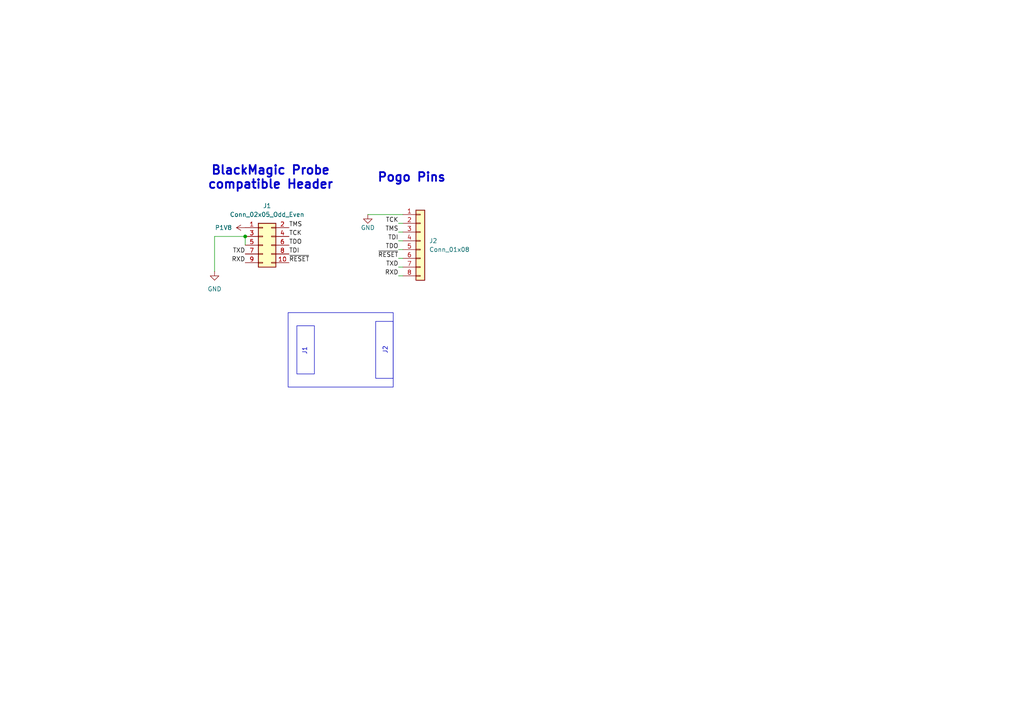
<source format=kicad_sch>
(kicad_sch (version 20231120) (generator "eeschema") (generator_version "8.0")
  (paper "A4")
  (lib_symbols
    (symbol "Connector_Generic:Conn_01x08" (pin_names (offset 1.016) hide)
      (property "Reference" "J" (at 0 10.16 0))
      (property "Value" "Conn_01x08" (at 0 -12.7 0))
      (symbol "Conn_01x08_1_1"
        (rectangle (start -1.27 -10.033) (end 0 -10.287) (stroke (width 0.1524)))
        (rectangle (start -1.27 -7.493) (end 0 -7.747) (stroke (width 0.1524)))
        (rectangle (start -1.27 -4.953) (end 0 -5.207) (stroke (width 0.1524)))
        (rectangle (start -1.27 -2.413) (end 0 -2.667) (stroke (width 0.1524)))
        (rectangle (start -1.27 0.127) (end 0 -0.127) (stroke (width 0.1524)))
        (rectangle (start -1.27 2.667) (end 0 2.413) (stroke (width 0.1524)))
        (rectangle (start -1.27 5.207) (end 0 4.953) (stroke (width 0.1524)))
        (rectangle (start -1.27 7.747) (end 0 7.493) (stroke (width 0.1524)))
        (rectangle (start -1.27 8.89) (end 1.27 -11.43) (stroke (width 0.254)) (fill (type background)))
        (pin passive line (at -5.08 7.62 0) (length 3.81) (name "Pin_1") (number "1"))
        (pin passive line (at -5.08 5.08 0) (length 3.81) (name "Pin_2") (number "2"))
        (pin passive line (at -5.08 2.54 0) (length 3.81) (name "Pin_3") (number "3"))
        (pin passive line (at -5.08 0 0) (length 3.81) (name "Pin_4") (number "4"))
        (pin passive line (at -5.08 -2.54 0) (length 3.81) (name "Pin_5") (number "5"))
        (pin passive line (at -5.08 -5.08 0) (length 3.81) (name "Pin_6") (number "6"))
        (pin passive line (at -5.08 -7.62 0) (length 3.81) (name "Pin_7") (number "7"))
        (pin passive line (at -5.08 -10.16 0) (length 3.81) (name "Pin_8") (number "8"))
      )
    )
    (symbol "Connector_Generic:Conn_02x05_Odd_Even" (pin_names (offset 1.016) hide)
      (property "Reference" "J" (at 1.27 7.62 0))
      (property "Value" "Conn_02x05_Odd_Even" (at 1.27 -7.62 0))
      (symbol "Conn_02x05_Odd_Even_1_1"
        (rectangle (start -1.27 -4.953) (end 0 -5.207) (stroke (width 0.1524)))
        (rectangle (start -1.27 -2.413) (end 0 -2.667) (stroke (width 0.1524)))
        (rectangle (start -1.27 0.127) (end 0 -0.127) (stroke (width 0.1524)))
        (rectangle (start -1.27 2.667) (end 0 2.413) (stroke (width 0.1524)))
        (rectangle (start -1.27 5.207) (end 0 4.953) (stroke (width 0.1524)))
        (rectangle (start -1.27 6.35) (end 3.81 -6.35) (stroke (width 0.254)) (fill (type background)))
        (rectangle (start 3.81 -4.953) (end 2.54 -5.207) (stroke (width 0.1524)))
        (rectangle (start 3.81 -2.413) (end 2.54 -2.667) (stroke (width 0.1524)))
        (rectangle (start 3.81 0.127) (end 2.54 -0.127) (stroke (width 0.1524)))
        (rectangle (start 3.81 2.667) (end 2.54 2.413) (stroke (width 0.1524)))
        (rectangle (start 3.81 5.207) (end 2.54 4.953) (stroke (width 0.1524)))
        (pin passive line (at -5.08 5.08 0) (length 3.81) (name "Pin_1") (number "1"))
        (pin passive line (at 7.62 -5.08 180) (length 3.81) (name "Pin_10") (number "10"))
        (pin passive line (at 7.62 5.08 180) (length 3.81) (name "Pin_2") (number "2"))
        (pin passive line (at -5.08 2.54 0) (length 3.81) (name "Pin_3") (number "3"))
        (pin passive line (at 7.62 2.54 180) (length 3.81) (name "Pin_4") (number "4"))
        (pin passive line (at -5.08 0 0) (length 3.81) (name "Pin_5") (number "5"))
        (pin passive line (at 7.62 0 180) (length 3.81) (name "Pin_6") (number "6"))
        (pin passive line (at -5.08 -2.54 0) (length 3.81) (name "Pin_7") (number "7"))
        (pin passive line (at 7.62 -2.54 180) (length 3.81) (name "Pin_8") (number "8"))
        (pin passive line (at -5.08 -5.08 0) (length 3.81) (name "Pin_9") (number "9"))
      )
    )
    (symbol "power:+1V8" (power) (pin_numbers hide) (pin_names (offset 0) hide)
      (property "Value" "+1V8" (at 0 3.556 0))
      (symbol "+1V8_0_1"
        (polyline (pts (xy -0.762 1.27) (xy 0 2.54)))
        (polyline (pts (xy 0 0) (xy 0 2.54)))
        (polyline (pts (xy 0 2.54) (xy 0.762 1.27)))
      )
      (symbol "+1V8_1_1"
        (pin power_in line (at 0 0 90) (length 0) (name "~") (number "1"))
      )
    )
    (symbol "power:GND" (power) (pin_numbers hide) (pin_names (offset 0) hide)
      (property "Value" "GND" (at 0 -3.81 0))
      (symbol "GND_0_1"
        (polyline (pts (xy 0 0) (xy 0 -1.27) (xy 1.27 -1.27) (xy 0 -2.54) (xy -1.27 -1.27) (xy 0 -1.27)))
      )
      (symbol "GND_1_1"
        (pin power_in line (at 0 0 270) (length 0) (name "~") (number "1"))
      )
    )
  )
  (junction (at 71.12 68.58))
  (wire (pts (xy 115.57 67.31) (xy 116.84 67.31)))
  (wire (pts (xy 115.57 74.93) (xy 116.84 74.93)))
  (wire (pts (xy 115.57 72.39) (xy 116.84 72.39)))
  (wire (pts (xy 62.23 68.58) (xy 71.12 68.58)))
  (wire (pts (xy 106.68 62.23) (xy 116.84 62.23)))
  (wire (pts (xy 62.23 68.58) (xy 62.23 78.74)))
  (wire (pts (xy 115.57 80.01) (xy 116.84 80.01)))
  (wire (pts (xy 71.12 68.58) (xy 71.12 71.12)))
  (wire (pts (xy 115.57 64.77) (xy 116.84 64.77)))
  (wire (pts (xy 115.57 69.85) (xy 116.84 69.85)))
  (wire (pts (xy 115.57 77.47) (xy 116.84 77.47)))
  (rectangle (start 86.106 94.488) (end 91.186 108.458))
  (rectangle (start 108.966 93.218) (end 114.046 109.728))
  (rectangle (start 83.566 90.678) (end 114.046 112.268))
  (text "Pogo Pins" (at 119.38 51.562 0) (effects (font (size 2.54 2.54) (thickness 0.508) (bold yes))))
  (text "BlackMagic Probe\ncompatible Header" (at 78.486 51.562 0) (effects (font (size 2.54 2.54) (thickness 0.508) (bold yes))))
  (text "J1" (at 88.392 101.854 90) (effects (font (size 1.27 1.27))))
  (text "J2" (at 111.76 101.6 90) (effects (font (size 1.27 1.27))))
  (label "TMS" (at 83.82 66.04 0))
  (label "TDI" (at 83.82 73.66 0))
  (label "TCK" (at 115.57 64.77 180))
  (label "TCK" (at 83.82 68.58 0))
  (label "RXD" (at 71.12 76.2 180))
  (label "RXD" (at 115.57 80.01 180))
  (label "TMS" (at 115.57 67.31 180))
  (label "TDO" (at 83.82 71.12 0))
  (label "TXD" (at 71.12 73.66 180))
  (label "TDO" (at 115.57 72.39 180))
  (label "TXD" (at 115.57 77.47 180))
  (label "~{RESET}" (at 115.57 74.93 180))
  (label "TDI" (at 115.57 69.85 180))
  (label "~{RESET}" (at 83.82 76.2 0))
  (symbol (lib_id "Connector_Generic:Conn_02x05_Odd_Even") (at 76.2 71.12 0) (unit 1)
    (property "Reference" "J1" (at 77.47 59.69 0))
    (property "Value" "Conn_02x05_Odd_Even" (at 77.47 62.23 0))
    (property "Footprint" "Connector_PinHeader_1.27mm:PinHeader_2x05_P1.27mm_Vertical_SMD" (effects (hide yes)))
    (property "Description" "Generic connector, double row, 02x05, odd/even pin numbering scheme (row 1 odd numbers, row 2 even numbers), script generated (kicad-library-utils/schlib/autogen/connector/)" (effects (hide yes)))
  )
  (symbol (lib_id "power:GND") (at 62.23 78.74 0) (unit 1)
    (property "Reference" "#PWR01" (effects (hide yes)))
    (property "Value" "GND" (at 62.23 83.82 0))
    (property "Description" "Power symbol creates a global label with name \"GND\" , ground" (effects (hide yes)))
  )
  (symbol (lib_id "power:GND") (at 106.68 62.23 0) (unit 1)
    (property "Reference" "#PWR03" (effects (hide yes)))
    (property "Value" "GND" (at 106.68 66.04 0))
    (property "Description" "Power symbol creates a global label with name \"GND\" , ground" (effects (hide yes)))
  )
  (symbol (lib_id "power:+1V8") (at 71.12 66.04 90) (unit 1)
    (property "Reference" "#PWR02" (effects (hide yes)))
    (property "Value" "P1V8" (at 67.31 66.0399 90) (effects (justify left)))
    (property "Description" "Power symbol creates a global label with name \"+1V8\"" (effects (hide yes)))
  )
  (symbol (lib_id "Connector_Generic:Conn_01x08") (at 121.92 69.85 0) (unit 1)
    (property "Reference" "J2" (at 124.46 69.8499 0) (effects (justify left)))
    (property "Value" "Conn_01x08" (at 124.46 72.3899 0) (effects (justify left)))
    (property "Footprint" "Connector_PinHeader_1.27mm:PinHeader_1x08_P1.27mm_Horizontal" (effects (hide yes)))
    (property "Description" "Generic connector, single row, 01x08, script generated (kicad-library-utils/schlib/autogen/connector/)" (effects (hide yes)))
  )
)
</source>
